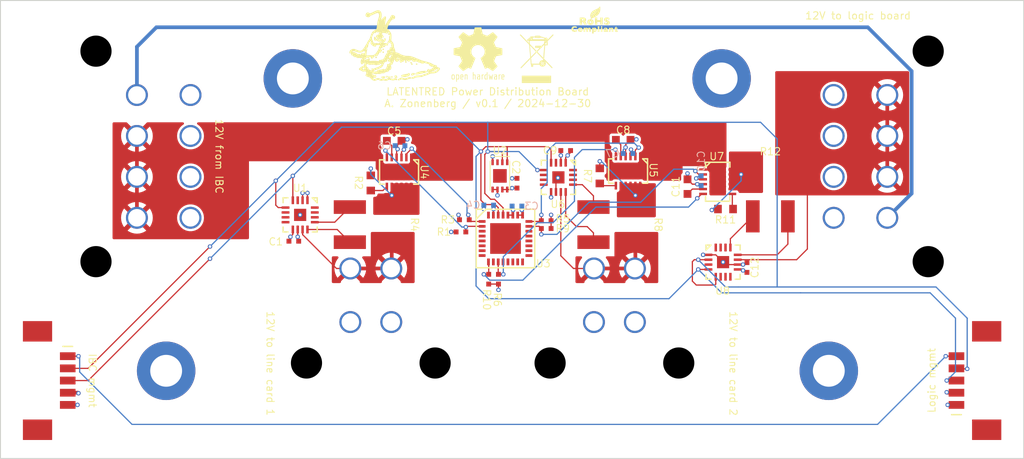
<source format=kicad_pcb>
(kicad_pcb (version 20240108) (generator "pcbnew") (generator_version "8.0")
  (layers (0 "F.Cu" signal) (1 "In1.Cu" signal) (2 "In2.Cu" signal) (31 "B.Cu" signal) (34 "B.Paste" user) (35 "F.Paste" user) (36 "B.SilkS" user "B.Silkscreen") (37 "F.SilkS" user "F.Silkscreen") (38 "B.Mask" user) (39 "F.Mask" user) (44 "Edge.Cuts" user))
  (net 0 "")
  (net 1 "/GND")
  (net 2 "/3V3_SB")
  (net 3 "Net-(U4-SR)")
  (net 4 "Net-(U5-SR)")
  (net 5 "Net-(U7-SR)")
  (net 6 "/12V0_REMOTE")
  (net 7 "/12V0")
  (net 8 "/12V0_LOGIC")
  (net 9 "/12V0_LC1")
  (net 10 "/12V0_LC2")
  (net 11 "/12V0_OUT_EN")
  (net 12 "/I2C_SCL")
  (net 13 "/I2C_SDA")
  (net 14 "/LC1_PGOOD")
  (net 15 "Net-(R4-Vi)")
  (net 16 "Net-(U4-BLEED)")
  (net 17 "/12V0_LC1_EN")
  (net 18 "/12V0_LC1_P")
  (net 19 "/12V0_LC1_N")
  (net 20 "/12V0_LC2_EN")
  (net 21 "/LC2_PGOOD")
  (net 22 "Net-(R8-Vi)")
  (net 23 "Net-(U5-BLEED)")
  (net 24 "/12V0_LC2_P")
  (net 25 "/12V0_LC2_N")
  (net 26 "/12V0_LOGIC_EN")
  (net 27 "/LOGIC_PGOOD")
  (net 28 "Net-(R12-Vi)")
  (net 29 "Net-(U7-BLEED)")
  (net 30 "/12V0_LOGIC_N")
  (net 31 "/12V0_LOGIC_P")
  (footprint "azonenberg_pcb:LONGTHING-1200DPI" (layer "F.Cu") (at 108 47)
    (property "Reference" "M1" (hide yes))
    (property "Value" "LOGO" (hide yes))
  )
  (footprint "azonenberg_pcb:DFN_12_0.5MM_3x3MM" (layer "F.Cu") (at 107.9 59.6 180)
    (property "Reference" "U4")
    (property "Value" "NCP45560IMNTWG-H" (hide yes))
  )
  (footprint "azonenberg_pcb:MECHANICAL_CLEARANCEHOLE_4_40" (layer "F.Cu") (at 84 80)
    (property "Reference" "MH3" (hide yes))
    (property "Value" "SCREWHOLE" (hide yes))
  )
  (footprint "azonenberg_pcb:EIA_0603_RES_NOSILK" (layer "F.Cu") (at 105 60.725 90)
    (property "Reference" "R2")
    (property "Value" "470 1/4W" (hide yes))
  )
  (footprint "azonenberg_pcb:MECHANICAL_CLEARANCEHOLE_4_40" (layer "F.Cu") (at 97 50)
    (property "Reference" "MH1" (hide yes))
    (property "Value" "SCREWHOLE" (hide yes))
  )
  (footprint "w_logo:Logo_silk_ROHS_5x2.8mm" (layer "F.Cu") (at 128 44)
    (property "Reference" "M3" (hide yes))
    (property "Value" "LOGO" (hide yes))
  )
  (footprint "azonenberg_pcb:EIA_0402_CAP_NOSILK" (layer "F.Cu") (at 97.1 66.7)
    (property "Reference" "C1")
    (property "Value" "0.47 uF" (hide yes))
  )
  (footprint "azonenberg_pcb:QFN_16_0.5MM_3x3MM" (layer "F.Cu") (at 124.25 60.15 180)
    (property "Reference" "U6")
    (property "Value" "INA230" (hide yes))
  )
  (footprint "azonenberg_pcb:EIA_0402_RES_NOSILK" (layer "F.Cu") (at 114.6 64.5 180)
    (property "Reference" "R3")
    (property "Value" "10K" (hide yes))
  )
  (footprint "azonenberg_pcb:EIA_0402_CAP_NOSILK" (layer "F.Cu") (at 125 57.4)
    (property "Reference" "C9")
    (property "Value" "0.47 uF" (hide yes))
  )
  (footprint "azonenberg_pcb:EIA_0402_CAP_NOSILK" (layer "F.Cu") (at 143.6 69.4 90)
    (property "Reference" "C12")
    (property "Value" "0.47 uF" (hide yes))
  )
  (footprint "azonenberg_pcb:CONN_MOLEX_MINIFITJR_4POS_0039291048" (layer "F.Cu") (at 130 75)
    (property "Reference" "J4" (hide yes))
    (property "Value" "MOLEX_0039291048" (hide yes))
  )
  (footprint "azonenberg_pcb:EIA_0402_RES_NOSILK" (layer "F.Cu") (at 123 65.4)
    (property "Reference" "R9")
    (property "Value" "10K" (hide yes))
  )
  (footprint "azonenberg_pcb:EIA_0402_RES_NOSILK" (layer "F.Cu") (at 114.249999 65.75 180)
    (property "Reference" "R1")
    (property "Value" "10K" (hide yes))
  )
  (footprint "azonenberg_pcb:QFN_16_0.5MM_3x3MM" (layer "F.Cu") (at 97.75 64 180)
    (property "Reference" "U1")
    (property "Value" "INA230" (hide yes))
  )
  (footprint "azonenberg_pcb:EIA_0603_CAP_NOSILK" (layer "F.Cu") (at 107.4 56.4)
    (property "Reference" "C5")
    (property "Value" "0.015 uF" (hide yes))
  )
  (footprint "azonenberg_pcb:CONN_MOLEX_PICOBLADE_5POS_0532610571" (layer "F.Cu") (at 73.9 81 90)
    (property "Reference" "J5" (hide yes))
    (property "Value" "CONN_IBC_MGMT_DEVICE" (hide yes))
  )
  (footprint "azonenberg_pcb:DFN_8_0.5MM_2x3MM_TALL" (layer "F.Cu") (at 118.25 60 180)
    (property "Reference" "U2")
    (property "Value" "AT30TS74_UDFN" (hide yes))
  )
  (footprint "w_logo:Logo_silk_OSHW_6x6mm" (layer "F.Cu") (at 116 47)
    (property "Reference" "M4" (hide yes))
    (property "Value" "LOGO" (hide yes))
  )
  (footprint "azonenberg_pcb:EIA_0603_CAP_NOSILK" (layer "F.Cu") (at 130.9 56.3)
    (property "Reference" "C8")
    (property "Value" "0.015 uF" (hide yes))
  )
  (footprint "azonenberg_pcb:EIA_0402_RES_NOSILK" (layer "F.Cu") (at 117.1 70.6 -90)
    (property "Reference" "R10")
    (property "Value" "10K" (hide yes))
  )
  (footprint "azonenberg_pcb:EIA_0402_CAP_NOSILK" (layer "F.Cu") (at 120 60.75 90)
    (property "Reference" "C2")
    (property "Value" "0.47 uF" (hide yes))
  )
  (footprint "azonenberg_pcb:EIA_0603_RES_NOSILK" (layer "F.Cu") (at 141.4 63.4 180)
    (property "Reference" "R11")
    (property "Value" "470 1/4W" (hide yes))
  )
  (footprint "azonenberg_pcb:EIA_0402_RES_NOSILK" (layer "F.Cu") (at 123 64.6)
    (property "Reference" "R5")
    (property "Value" "10K" (hide yes))
  )
  (footprint "azonenberg_pcb:CONN_MOLEX_PICOBLADE_5POS_0532610571" (layer "F.Cu") (at 165.1 81 -90)
    (property "Reference" "J6" (hide yes))
    (property "Value" "CONN_IBC_MGMT_HOST" (hide yes))
  )
  (footprint "azonenberg_pcb:QFN_16_0.5MM_3x3MM" (layer "F.Cu") (at 141.15 68.85 -90)
    (property "Reference" "U8")
    (property "Value" "INA230" (hide yes))
  )
  (footprint "w_logo:Logo_silk_WEEE_3.4x5mm" (layer "F.Cu") (at 122 48)
    (property "Reference" "M2" (hide yes))
    (property "Value" "LOGO" (hide yes))
  )
  (footprint "azonenberg_pcb:QFN_32_0.5MM_5x5MM" (layer "F.Cu") (at 118.825 66.425)
    (property "Reference" "U3")
    (property "Value" "TCA6424A" (hide yes))
  )
  (footprint "azonenberg_pcb:CONN_MOLEX_MINIFITJR_8POS_0039291087" (layer "F.Cu") (at 158 58 90)
    (property "Reference" "J2" (hide yes))
    (property "Value" "MOLEX_0039291087" (hide yes))
  )
  (footprint "azonenberg_pcb:DFN_12_0.5MM_3x3MM" (layer "F.Cu") (at 140.6 60.6 -90)
    (property "Reference" "U7")
    (property "Value" "NCP45560IMNTWG-H" (hide yes))
  )
  (footprint "azonenberg_pcb:DFN_12_0.5MM_3x3MM" (layer "F.Cu") (at 131.4 59.5 180)
    (property "Reference" "U5")
    (property "Value" "NCP45560IMNTWG-H" (hide yes))
  )
  (footprint "azonenberg_pcb:MECHANICAL_CLEARANCEHOLE_4_40" (layer "F.Cu") (at 152 80)
    (property "Reference" "MH4" (hide yes))
    (property "Value" "SCREWHOLE" (hide yes))
  )
  (footprint "azonenberg_pcb:MECHANICAL_CLEARANCEHOLE_4_40" (layer "F.Cu") (at 141 50)
    (property "Reference" "MH2" (hide yes))
    (property "Value" "SCREWHOLE" (hide yes))
  )
  (footprint "azonenberg_pcb:EIA_0402_RES_NOSILK" (layer "F.Cu") (at 118.1 70.599999 -90)
    (property "Reference" "R6")
    (property "Value" "10K" (hide yes))
  )
  (footprint "azonenberg_pcb:EIA_0603_RES_NOSILK" (layer "F.Cu") (at 128.5 60 90)
    (property "Reference" "R7")
    (property "Value" "470 1/4W" (hide yes))
  )
  (footprint "azonenberg_pcb:EIA_0603_CAP_NOSILK" (layer "F.Cu") (at 137.5 61.1 90)
    (property "Reference" "C11")
    (property "Value" "0.015 uF" (hide yes))
  )
  (footprint "azonenberg_pcb:CONN_MOLEX_MINIFITJR_8POS_0039291087" (layer "F.Cu") (at 81 58 -90)
    (property "Reference" "J1" (hide yes))
    (property "Value" "CONN_PCIE_PWR_8PIN" (hide yes))
  )
  (footprint "azonenberg_pcb:OHMITE_LVK25" (layer "F.Cu") (at 105 65 90)
    (property "Reference" "R4")
    (property "Value" "LVK25R005FER" (hide yes))
  )
  (footprint "azonenberg_pcb:OHMITE_LVK25" (layer "F.Cu") (at 146 62 180)
    (property "Reference" "R12")
    (property "Value" "LVK25R005FER" (hide yes))
  )
  (footprint "azonenberg_pcb:CONN_MOLEX_MINIFITJR_4POS_0039291048" (layer "F.Cu") (at 105 75)
    (property "Reference" "J3" (hide yes))
    (property "Value" "MOLEX_0039291048" (hide yes))
  )
  (footprint "azonenberg_pcb:OHMITE_LVK25" (layer "F.Cu") (at 130 65 90)
    (property "Reference" "R8")
    (property "Value" "LVK25R005FER" (hide yes))
  )
  (footprint "azonenberg_pcb:EIA_0402_CAP_NOSILK" (layer "B.Cu") (at 131.4 57.7 180)
    (property "Reference" "C7")
    (property "Value" "0.47 uF" (hide yes))
  )
  (footprint "azonenberg_pcb:EIA_0402_CAP_NOSILK" (layer "B.Cu") (at 108 56.9 180)
    (property "Reference" "C6")
    (property "Value" "0.47 uF" (hide yes))
  )
  (footprint "azonenberg_pcb:EIA_0402_CAP_NOSILK" (layer "B.Cu") (at 138.9 60.5 -90)
    (property "Reference" "C10")
    (property "Value" "0.47 uF" (hide yes))
  )
  (footprint "azonenberg_pcb:EIA_0402_CAP_NOSILK" (layer "B.Cu") (at 117.1 63 180)
    (property "Reference" "C4")
    (property "Value" "0.47 uF" (hide yes))
  )
  (footprint "azonenberg_pcb:EIA_0402_CAP_NOSILK" (layer "B.Cu") (at 120 63.1)
    (property "Reference" "C3")
    (property "Value" "0.47 uF" (hide yes))
  )
  (gr_rect (start 67 42) (end 172 89) (stroke (width 0.1)) (fill none) (layer "Edge.Cuts"))
  (gr_text "12V from IBC" (at 89 58 -90) (layer "F.SilkS") (effects (font (size 0.75 0.75) (thickness 0.1)) (justify bottom)))
  (gr_text "LATENTRED Power Distribution Board\nA. Zonenberg / v0.1 / 2024-12-30" (at 117 53 0) (layer "F.SilkS") (effects (font (size 0.75 0.75) (thickness 0.1)) (justify bottom)))
  (gr_text "12V to line card 1" (at 94.25 79.25 -90) (layer "F.SilkS") (effects (font (size 0.75 0.75) (thickness 0.1)) (justify bottom)))
  (gr_text "12V to logic board" (at 155 44 0) (layer "F.SilkS") (effects (font (size 0.75 0.75) (thickness 0.1)) (justify bottom)))
  (gr_text "12V to line card 2" (at 141.75 79.25 -90) (layer "F.SilkS") (effects (font (size 0.75 0.75) (thickness 0.1)) (justify bottom)))
  (gr_text "IBC mgmt" (at 76 81 -90) (layer "F.SilkS") (effects (font (size 0.75 0.75) (thickness 0.1)) (justify bottom)))
  (gr_text "Logic mgmt" (at 163 81 90) (layer "F.SilkS") (effects (font (size 0.75 0.75) (thickness 0.1)) (justify bottom)))
  (segment (start 114.100001 64.5) (end 114.100001 64.100001) (width 0.125) (layer "F.Cu") (net 1))
  (segment (start 125 58.65) (end 125 58.1) (width 0.125) (layer "F.Cu") (net 1))
  (segment (start 125.5 57.4) (end 125.5 57.6) (width 0.125) (layer "F.Cu") (net 1))
  (segment (start 125 58.1) (end 125.2 57.9) (width 0.125) (layer "F.Cu") (net 1))
  (segment (start 117.499999 58.000001) (end 117.5 58) (width 0.125) (layer "F.Cu") (net 1))
  (segment (start 119.500001 60.250001) (end 119.5 60.25) (width 0.125) (layer "F.Cu") (net 1))
  (segment (start 124 60.4) (end 124.2 60.2) (width 0.125) (layer "F.Cu") (net 1))
  (segment (start 123.5 64.6) (end 123.5 64) (width 0.125) (layer "F.Cu") (net 1))
  (segment (start 97.5 66.25) (end 97.5 66.6) (width 0.125) (layer "F.Cu") (net 1))
  (segment (start 120.575 63.575) (end 120.5 63.5) (width 0.125) (layer "F.Cu") (net 1))
  (segment (start 98.5 62.5) (end 98.5 61.75) (width 0.125) (layer "F.Cu") (net 1))
  (segment (start 142.65 69.1) (end 141.4 69.1) (width 0.125) (layer "F.Cu") (net 1))
  (segment (start 123.5 64.6) (end 123.5 65.4) (width 0.125) (layer "F.Cu") (net 1))
  (segment (start 131.15 58) (end 131.15 57.084253) (width 0.125) (layer "F.Cu") (net 1))
  (segment (start 117.499999 58.6) (end 117.499999 58.000001) (width 0.125) (layer "F.Cu") (net 1))
  (segment (start 108.6 56.4) (end 108.75 56.25) (width 0.125) (layer "F.Cu") (net 1))
  (segment (start 139.65 68.1) (end 139.1 68.1) (width 0.125) (layer "F.Cu") (net 1))
  (segment (start 139.1 60.85) (end 138.5 60.85) (width 0.125) (layer "F.Cu") (net 1))
  (segment (start 131.65 56.3) (end 132.2 56.3) (width 0.125) (layer "F.Cu") (net 1))
  (segment (start 131.15 57.084253) (end 131.142912 57.077165) (width 0.125) (layer "F.Cu") (net 1))
  (segment (start 139.65 68.1) (end 140.4 68.1) (width 0.125) (layer "F.Cu") (net 1))
  (segment (start 131.142912 56.807088) (end 131.65 56.3) (width 0.125) (layer "F.Cu") (net 1))
  (segment (start 141.4 69.1) (end 141.15 68.85) (width 0.125) (layer "F.Cu") (net 1))
  (segment (start 114.100001 64.100001) (end 114 64) (width 0.125) (layer "F.Cu") (net 1))
  (segment (start 138 60.85) (end 137.5 60.35) (width 0.125) (layer "F.Cu") (net 1))
  (segment (start 125.5 57.6) (end 125.2 57.9) (width 0.125) (layer "F.Cu") (net 1))
  (segment (start 120.575 64.025) (end 120.575 63.575) (width 0.125) (layer "F.Cu") (net 1))
  (segment (start 107.75 56.8) (end 108.15 56.4) (width 0.125) (layer "F.Cu") (net 1))
  (segment (start 74.949999 82.249999) (end 75 82.3) (width 0.381) (layer "F.Cu") (net 1))
  (segment (start 140.4 68.1) (end 141.15 68.85) (width 0.125) (layer "F.Cu") (net 1))
  (segment (start 142.65 69.1) (end 143.2 69.1) (width 0.125) (layer "F.Cu") (net 1))
  (segment (start 118 61.4) (end 117.499999 61.4) (width 0.125) (layer "F.Cu") (net 1))
  (segment (start 164.149999 82.249999) (end 164.1 82.2) (width 0.381) (layer "F.Cu") (net 1))
  (segment (start 120.075 64.025) (end 120.575 64.025) (width 0.125) (layer "F.Cu") (net 1))
  (segment (start 124 61.65) (end 124 60.4) (width 0.125) (layer "F.Cu") (net 1))
  (segment (start 118 61.4) (end 118 62) (width 0.125) (layer "F.Cu") (net 1))
  (segment (start 120 60.250001) (end 119.500001 60.250001) (width 0.125) (layer "F.Cu") (net 1))
  (segment (start 97.5 65.5) (end 97.5 66.25) (width 0.125) (layer "F.Cu") (net 1))
  (segment (start 98 61.75) (end 98 62.5) (width 0.125) (layer "F.Cu") (net 1))
  (segment (start 107.65 58.1) (end 107.65 57.35) (width 0.125) (layer "F.Cu") (net 1))
  (segment (start 108.15 56.4) (end 108.6 56.4) (width 0.125) (layer "F.Cu") (net 1))
  (segment (start 107.75 57.25) (end 107.75 56.8) (width 0.125) (layer "F.Cu") (net 1))
  (segment (start 165.1 82.249999) (end 164.149999 82.249999) (width 0.381) (layer "F.Cu") (net 1))
  (segment (start 137.5 60.35) (end 137.5 59.75) (width 0.125) (layer "F.Cu") (net 1))
  (segment (start 97.5 66.6) (end 97.6 66.7) (width 0.125) (layer "F.Cu") (net 1))
  (segment (start 107.65 57.35) (end 107.75 57.25) (width 0.125) (layer "F.Cu") (net 1))
  (segment (start 73.9 82.249999) (end 74.949999 82.249999) (width 0.381) (layer "F.Cu") (net 1))
  (segment (start 132.2 56.3) (end 132.25 56.25) (width 0.125) (layer "F.Cu") (net 1))
  (segment (start 138.5 60.85) (end 138 60.85) (width 0.125) (layer "F.Cu") (net 1))
  (segment (start 131.142912 57.077165) (end 131.142912 56.807088) (width 0.125) (layer "F.Cu") (net 1))
  (via (at 164.1 82.2) (size 0.45) (drill 0.25) (layers "F.Cu" "B.Cu") (net 1))
  (via (at 116.6 63.4) (size 0.45) (drill 0.25) (layers "F.Cu" "B.Cu") (net 1))
  (via (at 98.5 61.75) (size 0.45) (drill 0.25) (layers "F.Cu" "B.Cu") (net 1))
  (via (at 124.2 60.2) (size 0.45) (drill 0.25) (layers "F.Cu" "B.Cu") (net 1))
  (via (at 143.2 69.1) (size 0.45) (drill 0.25) (layers "F.Cu" "B.Cu") (net 1))
  (via (at 132.25 56.25) (size 0.45) (drill 0.25) (layers "F.Cu" "B.Cu") (net 1))
  (via (at 141.15 68.85) (size 0.45) (drill 0.25) (layers "F.Cu" "B.Cu") (net 1))
  (via (at 137.5 59.75) (size 0.45) (drill 0.25) (layers "F.Cu" "B.Cu") (net 1))
  (via (at 123.5 64) (size 0.45) (drill 0.25) (layers "F.Cu" "B.Cu") (net 1))
  (via (at 107.75 57.25) (size 0.45) (drill 0.25) (layers "F.Cu" "B.Cu") (net 1))
  (via (at 117.5 58) (size 0.45) (drill 0.25) (layers "F.Cu" "B.Cu") (net 1))
  (via (at 97.5 66.25) (size 0.45) (drill 0.25) (layers "F.Cu" "B.Cu") (net 1))
  (via (at 75 82.3) (size 0.45) (drill 0.25) (layers "F.Cu" "B.Cu") (net 1))
  (via (at 138.5 60.85) (size 0.45) (drill 0.25) (layers "F.Cu" "B.Cu") (net 1))
  (via (at 131.142912 57.077165) (size 0.45) (drill 0.25) (layers "F.Cu" "B.Cu") (net 1))
  (via (at 114 64) (size 0.45) (drill 0.25) (layers "F.Cu" "B.Cu") (net 1))
  (via (at 120.5 63.5) (size 0.45) (drill 0.25) (layers "F.Cu" "B.Cu") (net 1))
  (via (at 119.5 60.25) (size 0.45) (drill 0.25) (layers "F.Cu" "B.Cu") (net 1))
  (via (at 118 62) (size 0.45) (drill 0.25) (layers "F.Cu" "B.Cu") (net 1))
  (via (at 97.75 64) (size 0.45) (drill 0.25) (layers "F.Cu" "B.Cu") (net 1))
  (via (at 125.2 57.9) (size 0.45) (drill 0.25) (layers "F.Cu" "B.Cu") (net 1))
  (via (at 139.1 68.1) (size 0.45) (drill 0.25) (layers "F.Cu" "B.Cu") (net 1))
  (via (at 98 61.75) (size 0.45) (drill 0.25) (layers "F.Cu" "B.Cu") (net 1))
  (via (at 108.75 56.25) (size 0.45) (drill 0.25) (layers "F.Cu" "B.Cu") (net 1))
  (segment (start 138.649999 60.999999) (end 138.5 60.85) (width 0.125) (layer "B.Cu") (net 1))
  (segment (start 130.900001 57.320076) (end 131.142912 57.077165) (width 0.125) (layer "B.Cu") (net 1))
  (segment (start 130.900001 57.7) (end 130.900001 57.320076) (width 0.125) (layer "B.Cu") (net 1))
  (segment (start 116.6 63) (end 116.6 63.4) (width 0.125) (layer "B.Cu") (net 1))
  (segment (start 138.9 60.999999) (end 138.649999 60.999999) (width 0.125) (layer "B.Cu") (net 1))
  (segment (start 139.1 60.35) (end 138.482993 60.35) (width 0.125) (layer "F.Cu") (net 2))
  (segment (start 108.15 57.55) (end 108.4 57.3) (width 0.125) (layer "F.Cu") (net 2))
  (segment (start 142.65 69.6) (end 143.1 69.6) (width 0.125) (layer "F.Cu") (net 2))
  (segment (start 74.9 83.5) (end 73.9 83.5) (width 0.125) (layer "F.Cu") (net 2))
  (segment (start 118.1 71.099998) (end 118.1 71.7) (width 0.125) (layer "F.Cu") (net 2))
  (segment (start 119.5 61.25) (end 119.999999 61.25) (width 0.125) (layer "F.Cu") (net 2))
  (segment (start 124.5 57.9) (end 124.5 57.4) (width 0.125) (layer "F.Cu") (net 2))
  (segment (start 123.5 62.2) (end 123.5 61.65) (width 0.125) (layer "F.Cu") (net 2))
  (segment (start 96.75 66.25) (end 96.75 66.55) (width 0.125) (layer "F.Cu") (net 2))
  (segment (start 119.075 64.025) (end 119.575 64.025) (width 0.125) (layer "F.Cu") (net 2))
  (segment (start 108.15 58.1) (end 108.15 57.55) (width 0.125) (layer "F.Cu") (net 2))
  (segment (start 143.1 69.6) (end 143.2 69.7) (width 0.125) (layer "F.Cu") (net 2))
  (segment (start 113.75 65.75) (end 113.25 65.75) (width 0.125) (layer "F.Cu") (net 2))
  (segment (start 96.75 66.55) (end 96.6 66.7) (width 0.125) (layer "F.Cu") (net 2))
  (segment (start 131.65 58) (end 131.65 57.35) (width 0.125) (layer "F.Cu") (net 2))
  (segment (start 124.5 58.65) (end 124.5 57.9) (width 0.125) (layer "F.Cu") (net 2))
  (segment (start 119.575 64.025) (end 119.575 63.525) (width 0.125) (layer "F.Cu") (net 2))
  (segment (start 164.2 83.5) (end 165.1 83.5) (width 0.125) (layer "F.Cu") (net 2))
  (segment (start 119.35 61.4) (end 119.5 61.25) (width 0.125) (layer "F.Cu") (net 2))
  (segment (start 117.1 71.099999) (end 118.099999 71.099999) (width 0.125) (layer "F.Cu") (net 2))
  (segment (start 97 66) (end 96.75 66.25) (width 0.125) (layer "F.Cu") (net 2))
  (segment (start 131.65 57.35) (end 131.7 57.3) (width 0.125) (layer "F.Cu") (net 2))
  (segment (start 97 65.5) (end 97 66) (width 0.125) (layer "F.Cu") (net 2))
  (segment (start 138.482993 60.35) (end 138.392668 60.259675) (width 0.125) (layer "F.Cu") (net 2))
  (segment (start 118.5 61.4) (end 119.35 61.4) (width 0.125) (layer "F.Cu") (net 2))
  (segment (start 117.575 64.025) (end 117.575 63.425) (width 0.125) (layer "F.Cu") (net 2))
  (segment (start 118.099999 71.099999) (end 118.1 71.099998) (width 0.125) (layer "F.Cu") (net 2))
  (segment (start 117.575 63.425) (end 117.6 63.4) (width 0.125) (layer "F.Cu") (net 2))
  (segment (start 119.575 63.525) (end 119.6 63.5) (width 0.125) (layer "F.Cu") (net 2))
  (segment (start 119.999999 61.25) (end 120 61.249999) (width 0.125) (layer "F.Cu") (net 2))
  (via (at 138.392668 60.259675) (size 0.45) (drill 0.25) (layers "F.Cu" "B.Cu") (net 2))
  (via (at 124.5 57.9) (size 0.45) (drill 0.25) (layers "F.Cu" "B.Cu") (net 2))
  (via (at 96.75 66.25) (size 0.45) (drill 0.25) (layers "F.Cu" "B.Cu") (net 2))
  (via (at 143.2 69.7) (size 0.45) (drill 0.25) (layers "F.Cu" "B.Cu") (net 2))
  (via (at 164.2 83.5) (size 0.45) (drill 0.25) (layers "F.Cu" "B.Cu") (net 2))
  (via (at 118.1 71.7) (size 0.45) (drill 0.25) (layers "F.Cu" "B.Cu") (net 2))
  (via (at 113.25 65.75) (size 0.45) (drill 0.25) (layers "F.Cu" "B.Cu") (net 2))
  (via (at 119.6 63.5) (size 0.45) (drill 0.25) (layers "F.Cu" "B.Cu") (net 2))
  (via (at 117.6 63.4) (size 0.45) (drill 0.25) (layers "F.Cu" "B.Cu") (net 2))
  (via (at 74.9 83.5) (size 0.45) (drill 0.25) (layers "F.Cu" "B.Cu") (net 2))
  (via (at 123.5 62.2) (size 0.45) (drill 0.25) (layers "F.Cu" "B.Cu") (net 2))
  (via (at 131.7 57.3) (size 0.45) (drill 0.25) (layers "F.Cu" "B.Cu") (net 2))
  (via (at 119.5 61.25) (size 0.45) (drill 0.25) (layers "F.Cu" "B.Cu") (net 2))
  (via (at 108.4 57.3) (size 0.45) (drill 0.25) (layers "F.Cu" "B.Cu") (net 2))
  (segment (start 138.9 60.000001) (end 138.652342 60.000001) (width 0.125) (layer "B.Cu") (net 2))
  (segment (start 138.652342 60.000001) (end 138.392668 60.259675) (width 0.125) (layer "B.Cu") (net 2))
  (segment (start 107.15 56.9) (end 106.65 56.4) (width 0.125) (layer "F.Cu") (net 3))
  (segment (start 107.15 58.1) (end 107.15 56.9) (width 0.125) (layer "F.Cu") (net 3))
  (segment (start 130.65 56.8) (end 130.15 56.3) (width 0.125) (layer "F.Cu") (net 4))
  (segment (start 130.65 58) (end 130.65 56.8) (width 0.125) (layer "F.Cu") (net 4))
  (segment (start 138 61.35) (end 137.5 61.85) (width 0.125) (layer "F.Cu") (net 5))
  (segment (start 139.1 61.35) (end 138 61.35) (width 0.125) (layer "F.Cu") (net 5))
  (segment (start 160.5 61.8) (end 158 64.3) (width 0.381) (layer "B.Cu") (net 6))
  (segment (start 81 46.75) (end 83 44.75) (width 0.381) (layer "B.Cu") (net 6))
  (segment (start 156 44.75) (end 160.5 49.25) (width 0.381) (layer "B.Cu") (net 6))
  (segment (start 160.5 49.25) (end 160.5 61.8) (width 0.381) (layer "B.Cu") (net 6))
  (segment (start 81 51.7) (end 81 46.75) (width 0.381) (layer "B.Cu") (net 6))
  (segment (start 83 44.75) (end 156 44.75) (width 0.381) (layer "B.Cu") (net 6))
  (segment (start 139.9 58.4) (end 140.6 59.1) (width 0.381) (layer "F.Cu") (net 7))
  (segment (start 127 56) (end 129.1 56) (width 0.125) (layer "F.Cu") (net 7))
  (segment (start 106.5 59.6) (end 107.9 59.6) (width 0.381) (layer "F.Cu") (net 7))
  (segment (start 131.4 59.5) (end 135.2 59.5) (width 0.381) (layer "F.Cu") (net 7))
  (segment (start 106 58.1) (end 106 59.1) (width 0.125) (layer "F.Cu") (net 7))
  (segment (start 129.45 58.45) (end 130.5 59.5) (width 0.381) (layer "F.Cu") (net 7))
  (segment (start 129.1 56) (end 129.4 56.3) (width 0.125) (layer "F.Cu") (net 7))
  (segment (start 132.65 58.525) (end 131.675 59.5) (width 0.125) (layer "F.Cu") (net 7))
  (segment (start 106 59.1) (end 106.1 59.2) (width 0.125) (layer "F.Cu") (net 7))
  (segment (start 130.5 59.5) (end 131.4 59.5) (width 0.381) (layer "F.Cu") (net 7))
  (segment (start 135.2 59.5) (end 136.3 58.4) (width 0.381) (layer "F.Cu") (net 7))
  (segment (start 140.6 59.1) (end 140.6 60.6) (width 0.381) (layer "F.Cu") (net 7))
  (segment (start 131.675 59.5) (end 131.4 59.5) (width 0.125) (layer "F.Cu") (net 7))
  (segment (start 139.1 59.35) (end 139.625 59.35) (width 0.125) (layer "F.Cu") (net 7))
  (segment (start 136.3 58.4) (end 139.9 58.4) (width 0.381) (layer "F.Cu") (net 7))
  (segment (start 108.175 59.6) (end 107.9 59.6) (width 0.125) (layer "F.Cu") (net 7))
  (segment (start 129.4 56.5) (end 129.45 56.55) (width 0.125) (layer "F.Cu") (net 7))
  (segment (start 111.7 59.6) (end 115.7 55.6) (width 0.381) (layer "F.Cu") (net 7))
  (segment (start 106.1 59.2) (end 106.5 59.6) (width 0.381) (layer "F.Cu") (net 7))
  (segment (start 81 55.9) (end 81 58) (width 0.381) (layer "F.Cu") (net 7))
  (segment (start 107.9 59.6) (end 111.7 59.6) (width 0.381) (layer "F.Cu") (net 7))
  (segment (start 140.6 60.325) (end 140.6 60.6) (width 0.125) (layer "F.Cu") (net 7))
  (segment (start 109.15 58.1) (end 109.15 58.625) (width 0.125) (layer "F.Cu") (net 7))
  (segment (start 115.7 55.6) (end 126.6 55.6) (width 0.381) (layer "F.Cu") (net 7))
  (segment (start 104.9 58) (end 105.9 58) (width 0.125) (layer "F.Cu") (net 7))
  (segment (start 139.625 59.35) (end 140.6 60.325) (width 0.125) (layer "F.Cu") (net 7))
  (segment (start 126.8 55.8) (end 127 56) (width 0.125) (layer "F.Cu") (net 7))
  (segment (start 129.45 56.55) (end 129.45 58.45) (width 0.125) (layer "F.Cu") (net 7))
  (segment (start 129.4 56.3) (end 129.4 56.5) (width 0.125) (layer "F.Cu") (net 7))
  (segment (start 126.6 55.6) (end 126.8 55.8) (width 0.381) (layer "F.Cu") (net 7))
  (segment (start 109.15 58.625) (end 108.175 59.6) (width 0.125) (layer "F.Cu") (net 7))
  (segment (start 132.65 58) (end 132.65 58.525) (width 0.125) (layer "F.Cu") (net 7))
  (segment (start 105.9 58) (end 106 58.1) (width 0.125) (layer "F.Cu") (net 7))
  (segment (start 81 58) (end 104.9 58) (width 0.381) (layer "F.Cu") (net 7))
  (segment (start 81 58) (end 81 64.3) (width 0.381) (layer "F.Cu") (net 7))
  (segment (start 148.45 59.85) (end 147.8 59.85) (width 0.125) (layer "F.Cu") (net 8))
  (segment (start 149.8 67.5) (end 149.8 61.2) (width 0.125) (layer "F.Cu") (net 8))
  (segment (start 147.8 59.45) (end 149.25 58) (width 0.381) (layer "F.Cu") (net 8))
  (segment (start 149.8 61.2) (end 148.45 59.85) (width 0.125) (layer "F.Cu") (net 8))
  (segment (start 158 58) (end 158 60.1) (width 0.381) (layer "F.Cu") (net 8))
  (segment (start 147.8 59.85) (end 147.8 59.45) (width 0.381) (layer "F.Cu") (net 8))
  (segment (start 149.25 58) (end 158 58) (width 0.381) (layer "F.Cu") (net 8))
  (segment (start 142.65 68.6) (end 148.7 68.6) (width 0.125) (layer "F.Cu") (net 8))
  (segment (start 148.7 68.6) (end 149.8 67.5) (width 0.125) (layer "F.Cu") (net 8))
  (segment (start 158 51.7) (end 158 58) (width 0.381) (layer "F.Cu") (net 8))
  (segment (start 98 66.025) (end 101.475 69.5) (width 0.125) (layer "F.Cu") (net 9))
  (segment (start 107.15 69.45) (end 107.1 69.5) (width 0.381) (layer "F.Cu") (net 9))
  (segment (start 98 65.5) (end 98 66.025) (width 0.125) (layer "F.Cu") (net 9))
  (segment (start 107.1 69.5) (end 102.9 69.5) (width 0.381) (layer "F.Cu") (net 9))
  (segment (start 101.475 69.5) (end 102.9 69.5) (width 0.125) (layer "F.Cu") (net 9))
  (segment (start 107.15 66.8) (end 107.15 69.45) (width 0.381) (layer "F.Cu") (net 9))
  (segment (start 124.5 68.2) (end 125.8 69.5) (width 0.125) (layer "F.Cu") (net 10))
  (segment (start 132.15 66.8) (end 132.15 69.45) (width 0.381) (layer "F.Cu") (net 10))
  (segment (start 125.8 69.5) (end 127.9 69.5) (width 0.125) (layer "F.Cu") (net 10))
  (segment (start 132.15 69.45) (end 132.1 69.5) (width 0.381) (layer "F.Cu") (net 10))
  (segment (start 127.9 69.5) (end 132.1 69.5) (width 0.381) (layer "F.Cu") (net 10))
  (segment (start 124.5 61.65) (end 124.5 68.2) (width 0.125) (layer "F.Cu") (net 10))
  (segment (start 164 78.5) (end 165.1 78.5) (width 0.125) (layer "F.Cu") (net 11))
  (segment (start 73.9 78.5) (end 75 78.5) (width 0.125) (layer "F.Cu") (net 11))
  (via (at 75 78.5) (size 0.45) (drill 0.25) (layers "F.Cu" "B.Cu") (net 11))
  (via (at 164 78.5) (size 0.45) (drill 0.25) (layers "F.Cu" "B.Cu") (net 11))
  (segment (start 75.125 78.625) (end 75.125 80.125) (width 0.125) (layer "B.Cu") (net 11))
  (segment (start 75 78.5) (end 75.125 78.625) (width 0.125) (layer "B.Cu") (net 11))
  (segment (start 157 85.5) (end 164 78.5) (width 0.125) (layer "B.Cu") (net 11))
  (segment (start 80.5 85.5) (end 157 85.5) (width 0.125) (layer "B.Cu") (net 11))
  (segment (start 75.125 80.125) (end 80.5 85.5) (width 0.125) (layer "B.Cu") (net 11))
  (segment (start 138.4 71.2) (end 140.3 71.2) (width 0.125) (layer "F.Cu") (net 12))
  (segment (start 140.4 71.1) (end 140.4 70.35) (width 0.125) (layer "F.Cu") (net 12))
  (segment (start 118.4 57.5) (end 118.5 57.6) (width 0.125) (layer "F.Cu") (net 12))
  (segment (start 116.7 61.8) (end 116.7 57.8) (width 0.125) (layer "F.Cu") (net 12))
  (segment (start 73.9 79.750001) (end 75.999999 79.750001) (width 0.125) (layer "F.Cu") (net 12))
  (segment (start 140.3 71.2) (end 140.4 71.1) (width 0.125) (layer "F.Cu") (net 12))
  (segment (start 138 68.8) (end 138 70.8) (width 0.125) (layer "F.Cu") (net 12))
  (segment (start 76.75 79) (end 88.5 67.25) (width 0.125) (layer "F.Cu") (net 12))
  (segment (start 122.75 59.4) (end 122.1 59.4) (width 0.125) (layer "F.Cu") (net 12))
  (segment (start 138 70.8) (end 138.4 71.2) (width 0.125) (layer "F.Cu") (net 12))
  (segment (start 138.2 68.6) (end 138 68.8) (width 0.125) (layer "F.Cu") (net 12))
  (segment (start 165.149999 79.8) (end 165.1 79.750001) (width 0.125) (layer "F.Cu") (net 12))
  (segment (start 118.575 64.025) (end 118.575 63.275) (width 0.125) (layer "F.Cu") (net 12))
  (segment (start 118.5 57.6) (end 118.5 58.6) (width 0.125) (layer "F.Cu") (net 12))
  (segment (start 118.575 63.275) (end 117.7 62.4) (width 0.125) (layer "F.Cu") (net 12))
  (segment (start 138.6 68.6) (end 138.2 68.6) (width 0.125) (layer "F.Cu") (net 12))
  (segment (start 139.65 68.6) (end 138.6 68.6) (width 0.125) (layer "F.Cu") (net 12))
  (segment (start 117.7 62.4) (end 117.3 62.4) (width 0.125) (layer "F.Cu") (net 12))
  (segment (start 95.5 63.25) (end 95.25 63) (width 0.125) (layer "F.Cu") (net 12))
  (segment (start 95.25 63) (end 95.25 60.5) (width 0.125) (layer "F.Cu") (net 12))
  (segment (start 96.25 63.25) (end 95.5 63.25) (width 0.125) (layer "F.Cu") (net 12))
  (segment (start 117.3 62.4) (end 116.7 61.8) (width 0.125) (layer "F.Cu") (net 12))
  (segment (start 75.999999 79.750001) (end 76.75 79) (width 0.125) (layer "F.Cu") (net 12))
  (segment (start 166.2 79.8) (end 165.149999 79.8) (width 0.125) (layer "F.Cu") (net 12))
  (segment (start 117 57.5) (end 118.4 57.5) (width 0.125) (layer "F.Cu") (net 12))
  (segment (start 116.7 57.8) (end 117 57.5) (width 0.125) (layer "F.Cu") (net 12))
  (via (at 95.25 60.5) (size 0.45) (drill 0.25) (layers "F.Cu" "B.Cu") (net 12))
  (via (at 88.5 67.25) (size 0.45) (drill 0.25) (layers "F.Cu" "B.Cu") (net 12))
  (via (at 117 57.5) (size 0.45) (drill 0.25) (layers "F.Cu" "B.Cu") (net 12))
  (via (at 166.2 79.8) (size 0.45) (drill 0.25) (layers "F.Cu" "B.Cu") (net 12))
  (via (at 138.6 68.6) (size 0.45) (drill 0.25) (layers "F.Cu" "B.Cu") (net 12))
  (via (at 122.1 59.4) (size 0.45) (drill 0.25) (layers "F.Cu" "B.Cu") (net 12))
  (segment (start 141.4 71.4) (end 142.7 71.4) (width 0.125) (layer "B.Cu") (net 12))
  (segment (start 164.4 72.8) (end 166.2 74.6) (width 0.125) (layer "B.Cu") (net 12))
  (segment (start 142.7 71.4) (end 146.7 71.4) (width 0.125) (layer "B.Cu") (net 12))
  (segment (start 117 57.5) (end 117 54.5) (width 0.125) (layer "B.Cu") (net 12))
  (segment (start 163 71.4) (end 164.4 72.8) (width 0.125) (layer "B.Cu") (net 12))
  (segment (start 120.2 57.5) (end 117 57.5) (width 0.125) (layer "B.Cu") (net 12))
  (segment (start 166.2 74.6) (end 166.2 79.8) (width 0.125) (layer "B.Cu") (net 12))
  (segment (start 138.6 68.6) (end 141.4 71.4) (width 0.125) (layer "B.Cu") (net 12))
  (segment (start 146.7 71.4) (end 163 71.4) (width 0.125) (layer "B.Cu") (net 12))
  (segment (start 101.25 54.5) (end 113.7 54.5) (width 0.125) (layer "B.Cu") (net 12))
  (segment (start 145 54.5) (end 146.7 56.2) (width 0.125) (layer "B.Cu") (net 12))
  (segment (start 113.7 54.5) (end 117 54.5) (width 0.125) (layer "B.Cu") (net 12))
  (segment (start 122.1 59.4) (end 120.2 57.5) (width 0.125) (layer "B.Cu") (net 12))
  (segment (start 117 54.5) (end 145 54.5) (width 0.125) (layer "B.Cu") (net 12))
  (segment (start 88.5 67.25) (end 95.25 60.5) (width 0.125) (layer "B.Cu") (net 12))
  (segment (start 146.7 56.2) (end 146.7 71.4) (width 0.125) (layer "B.Cu") (net 12))
  (segment (start 95.25 60.5) (end 101.25 54.5) (width 0.125) (layer "B.Cu") (net 12))
  (segment (start 123.5 57.3) (end 123.5 58.65) (width 0.125) (layer "F.Cu") (net 13))
  (segment (start 77.25 79.75) (end 88.5 68.5) (width 0.125) (layer "F.Cu") (net 13))
  (segment (start 117.75936 62.94064) (end 116.74064 62.94064) (width 0.125) (layer "F.Cu") (net 13))
  (segment (start 164.1 81) (end 165.1 81) (width 0.125) (layer "F.Cu") (net 13))
  (segment (start 116.8 57) (end 118.5 57) (width 0.125) (layer "F.Cu") (net 13))
  (segment (start 73.9 81) (end 76 81) (width 0.125) (layer "F.Cu") (net 13))
  (segment (start 117.80936 62.99064) (end 117.75936 62.94064) (width 0.125) (layer "F.Cu") (net 13))
  (segment (start 139.65 69.6) (end 138.6 69.6) (width 0.125) (layer "F.Cu") (net 13))
  (segment (start 118.075 63.256281) (end 117.80936 62.99064) (width 0.125) (layer "F.Cu") (net 13))
  (segment (start 119 57) (end 118.5 57) (width 0.125) (layer "F.Cu") (net 13))
  (segment (start 116.74064 62.94064) (end 116.3 62.5) (width 0.125) (layer "F.Cu") (net 13))
  (segment (start 116.3 62.5) (end 116.3 57.5) (width 0.125) (layer "F.Cu") (net 13))
  (segment (start 76 81) (end 77.25 79.75) (width 0.125) (layer "F.Cu") (net 13))
  (segment (start 97 62.5) (end 97 60) (width 0.125) (layer "F.Cu") (net 13))
  (segment (start 119.000001 57.000001) (end 119 57) (width 0.125) (layer "F.Cu") (net 13))
  (segment (start 116.3 57.5) (end 116.8 57) (width 0.125) (layer "F.Cu") (net 13))
  (segment (start 119.000001 58.6) (end 119.000001 57.000001) (width 0.125) (layer "F.Cu") (net 13))
  (segment (start 118.075 64.025) (end 118.075 63.256281) (width 0.125) (layer "F.Cu") (net 13))
  (segment (start 123.2 57) (end 123.5 57.3) (width 0.125) (layer "F.Cu") (net 13))
  (segment (start 119 57) (end 123.2 57) (width 0.125) (layer "F.Cu") (net 13))
  (via (at 116.3 57.5) (size 0.45) (drill 0.25) (layers "F.Cu" "B.Cu") (net 13))
  (via (at 138.6 69.6) (size 0.45) (drill 0.25) (layers "F.Cu" "B.Cu") (net 13))
  (via (at 88.5 68.5) (size 0.45) (drill 0.25) (layers "F.Cu" "B.Cu") (net 13))
  (via (at 164.1 81) (size 0.45) (drill 0.25) (layers "F.Cu" "B.Cu") (net 13))
  (via (at 97 60) (size 0.45) (drill 0.25) (layers "F.Cu" "B.Cu") (net 13))
  (segment (start 138.6 69.6) (end 141 72) (width 0.125) (layer "B.Cu") (net 13))
  (segment (start 88.5 68.5) (end 97 60) (width 0.125) (layer "B.Cu") (net 13))
  (segment (start 149.1 72) (end 162.4 72) (width 0.125) (layer "B.Cu") (net 13))
  (segment (start 165 80.1) (end 164.1 81) (width 0.125) (layer "B.Cu") (net 13))
  (segment (start 162.4 72) (end 165 74.6) (width 0.125) (layer "B.Cu") (net 13))
  (segment (start 165 74.6) (end 165 80.1) (width 0.125) (layer "B.Cu") (net 13))
  (segment (start 102 55) (end 113.8 55) (width 0.125) (layer "B.Cu") (net 13))
  (segment (start 141 72) (end 149.1 72) (width 0.125) (layer "B.Cu") (net 13))
  (segment (start 116.3 57.5) (end 115.8 58) (width 0.125) (layer "B.Cu") (net 13))
  (segment (start 97 60) (end 102 55) (width 0.125) (layer "B.Cu") (net 13))
  (segment (start 113.8 55) (end 116.3 57.5) (width 0.125) (layer "B.Cu") (net 13))
  (segment (start 117.1 72.6) (end 135.6 72.6) (width 0.125) (layer "B.Cu") (net 13))
  (segment (start 135.6 72.6) (end 138.6 69.6) (width 0.125) (layer "B.Cu") (net 13))
  (segment (start 115.8 58) (end 115.8 71.3) (width 0.125) (layer "B.Cu") (net 13))
  (segment (start 115.8 71.3) (end 117.1 72.6) (width 0.125) (layer "B.Cu") (net 13))
  (segment (start 114.749998 65.75) (end 114.749998 65.250002) (width 0.125) (layer "F.Cu") (net 14))
  (segment (start 106.65 58.1) (end 106.65 57.55) (width 0.125) (layer "F.Cu") (net 14))
  (segment (start 114.825 65.175) (end 114.75 65.25) (width 0.125) (layer "F.Cu") (net 14))
  (segment (start 116.425 65.175) (end 114.825 65.175) (width 0.125) (layer "F.Cu") (net 14))
  (segment (start 114.749998 65.250002) (end 114.75 65.25) (width 0.125) (layer "F.Cu") (net 14))
  (segment (start 106.65 57.55) (end 106.5 57.4) (width 0.125) (layer "F.Cu") (net 14))
  (via (at 106.5 57.4) (size 0.45) (drill 0.25) (layers "F.Cu" "B.Cu") (net 14))
  (via (at 114.75 65.25) (size 0.45) (drill 0.25) (layers "F.Cu" "B.Cu") (net 14))
  (segment (start 114.35 65.25) (end 114.75 65.25) (width 0.125) (layer "B.Cu") (net 14))
  (segment (start 106.5 57.4) (end 114.35 65.25) (width 0.125) (layer "B.Cu") (net 14))
  (segment (start 105 59.95) (end 105 59.25) (width 0.125) (layer "F.Cu") (net 15))
  (segment (start 109.15 61.1) (end 107.15 61.1) (width 0.125) (layer "F.Cu") (net 15))
  (segment (start 105 59.95) (end 105 60) (width 0.125) (layer "F.Cu") (net 15))
  (segment (start 107.15 61.1) (end 107.15 62) (width 0.125) (layer "F.Cu") (net 15))
  (segment (start 107.15 62) (end 107.15 63.2) (width 0.125) (layer "F.Cu") (net 15))
  (via (at 105 59.25) (size 0.45) (drill 0.25) (layers "F.Cu" "B.Cu") (net 15))
  (via (at 107.15 62) (size 0.45) (drill 0.25) (layers "F.Cu" "B.Cu") (net 15))
  (segment (start 105 59.25) (end 105 59.85) (width 0.125) (layer "B.Cu") (net 15))
  (segment (start 105 59.85) (end 107.15 62) (width 0.125) (layer "B.Cu") (net 15))
  (segment (start 105 61.5) (end 106.25 61.5) (width 0.125) (layer "F.Cu") (net 16))
  (segment (start 106.25 61.5) (end 106.65 61.1) (width 0.125) (layer "F.Cu") (net 16))
  (segment (start 116.425 64.675) (end 115.274999 64.675) (width 0.125) (layer "F.Cu") (net 17))
  (segment (start 115.099999 64.099999) (end 115 64) (width 0.125) (layer "F.Cu") (net 17))
  (segment (start 115.274999 64.675) (end 115.099999 64.5) (width 0.125) (layer "F.Cu") (net 17))
  (segment (start 108.65 58.1) (end 108.65 57.75) (width 0.125) (layer "F.Cu") (net 17))
  (segment (start 108.65 57.75) (end 109.2 57.2) (width 0.125) (layer "F.Cu") (net 17))
  (segment (start 115.099999 64.5) (end 115.099999 64.099999) (width 0.125) (layer "F.Cu") (net 17))
  (via (at 115 64) (size 0.45) (drill 0.25) (layers "F.Cu" "B.Cu") (net 17))
  (via (at 109.2 57.2) (size 0.45) (drill 0.25) (layers "F.Cu" "B.Cu") (net 17))
  (segment (start 114.875 62.875) (end 114.875 63.875) (width 0.125) (layer "B.Cu") (net 17))
  (segment (start 114.875 63.875) (end 115 64) (width 0.125) (layer "B.Cu") (net 17))
  (segment (start 109.2 57.2) (end 114.875 62.875) (width 0.125) (layer "B.Cu") (net 17))
  (segment (start 101.3 64.75) (end 102.85 63.2) (width 0.125) (layer "F.Cu") (net 18))
  (segment (start 99.25 64.75) (end 101.3 64.75) (width 0.125) (layer "F.Cu") (net 18))
  (segment (start 98.5 65.5) (end 101.55 65.5) (width 0.125) (layer "F.Cu") (net 19))
  (segment (start 101.55 65.5) (end 102.85 66.8) (width 0.125) (layer "F.Cu") (net 19))
  (segment (start 122.5 64.6) (end 122.5 64) (width 0.125) (layer "F.Cu") (net 20))
  (segment (start 122.425 64.675) (end 122.5 64.6) (width 0.125) (layer "F.Cu") (net 20))
  (segment (start 132.4 57.2) (end 132.5 57.1) (width 0.125) (layer "F.Cu") (net 20))
  (segment (start 132.15 57.35) (end 132.3 57.2) (width 0.125) (layer "F.Cu") (net 20))
  (segment (start 132.3 57.2) (end 132.4 57.2) (width 0.125) (layer "F.Cu") (net 20))
  (segment (start 132.15 58) (end 132.15 57.35) (width 0.125) (layer "F.Cu") (net 20))
  (segment (start 121.225 64.675) (end 122.425 64.675) (width 0.125) (layer "F.Cu") (net 20))
  (via (at 122.5 64) (size 0.45) (drill 0.25) (layers "F.Cu" "B.Cu") (net 20))
  (via (at 132.5 57.1) (size 0.45) (drill 0.25) (layers "F.Cu" "B.Cu") (net 20))
  (segment (start 123.960335 56.639665) (end 132.039665 56.639665) (width 0.125) (layer "B.Cu") (net 20))
  (segment (start 123.1 60.681281) (end 123.1 57.5) (width 0.125) (layer "B.Cu") (net 20))
  (segment (start 122.5 61.281281) (end 123.1 60.681281) (width 0.125) (layer "B.Cu") (net 20))
  (segment (start 123.1 57.5) (end 123.960335 56.639665) (width 0.125) (layer "B.Cu") (net 20))
  (segment (start 132.039665 56.639665) (end 132.5 57.1) (width 0.125) (layer "B.Cu") (net 20))
  (segment (start 122.5 64) (end 122.5 61.281281) (width 0.125) (layer "B.Cu") (net 20))
  (segment (start 118.075 70.075) (end 118.1 70.1) (width 0.125) (layer "F.Cu") (net 21))
  (segment (start 130.15 58) (end 130.15 57.35) (width 0.125) (layer "F.Cu") (net 21))
  (segment (start 118.075 68.825) (end 118.075 70.075) (width 0.125) (layer "F.Cu") (net 21))
  (segment (start 130.15 57.35) (end 130.1 57.3) (width 0.125) (layer "F.Cu") (net 21))
  (segment (start 118.1 70.1) (end 118.6 70.1) (width 0.125) (layer "F.Cu") (net 21))
  (via (at 118.6 70.1) (size 0.45) (drill 0.25) (layers "F.Cu" "B.Cu") (net 21))
  (via (at 130.1 57.3) (size 0.45) (drill 0.25) (layers "F.Cu" "B.Cu") (net 21))
  (segment (start 125.9 58.1) (end 125.9 62.6) (width 0.125) (layer "B.Cu") (net 21))
  (segment (start 125.9 62.6) (end 123.7 64.8) (width 0.125) (layer "B.Cu") (net 21))
  (segment (start 122.1 64.8) (end 118.6 68.3) (width 0.125) (layer "B.Cu") (net 21))
  (segment (start 123.7 64.8) (end 122.1 64.8) (width 0.125) (layer "B.Cu") (net 21))
  (segment (start 126.7 57.3) (end 125.9 58.1) (width 0.125) (layer "B.Cu") (net 21))
  (segment (start 130.1 57.3) (end 126.7 57.3) (width 0.125) (layer "B.Cu") (net 21))
  (segment (start 118.6 68.3) (end 118.6 70.1) (width 0.125) (layer "B.Cu") (net 21))
  (segment (start 132.15 62) (end 132.15 63.2) (width 0.125) (layer "F.Cu") (net 22))
  (segment (start 132.15 61) (end 132.15 62) (width 0.125) (layer "F.Cu") (net 22))
  (segment (start 130.65 61) (end 132.65 61) (width 0.125) (layer "F.Cu") (net 22))
  (segment (start 128.5 59.225) (end 128.5 58.5) (width 0.125) (layer "F.Cu") (net 22))
  (via (at 128.5 58.5) (size 0.45) (drill 0.25) (layers "F.Cu" "B.Cu") (net 22))
  (via (at 132.15 62) (size 0.45) (drill 0.25) (layers "F.Cu" "B.Cu") (net 22))
  (segment (start 132.15 62) (end 128.65 58.5) (width 0.125) (layer "B.Cu") (net 22))
  (segment (start 128.65 58.5) (end 128.5 58.5) (width 0.125) (layer "B.Cu") (net 22))
  (segment (start 128.725 61) (end 128.5 60.775) (width 0.125) (layer "F.Cu") (net 23))
  (segment (start 130.15 61) (end 128.725 61) (width 0.125) (layer "F.Cu") (net 23))
  (segment (start 125.75 60.9) (end 126.7 60.9) (width 0.125) (layer "F.Cu") (net 24))
  (segment (start 126.7 60.9) (end 127.85 62.05) (width 0.125) (layer "F.Cu") (net 24))
  (segment (start 127.85 62.05) (end 127.85 63.2) (width 0.125) (layer "F.Cu") (net 24))
  (segment (start 125 64.1) (end 126.1 65.2) (width 0.125) (layer "F.Cu") (net 25))
  (segment (start 126.1 65.2) (end 127.2 65.2) (width 0.125) (layer "F.Cu") (net 25))
  (segment (start 127.85 65.85) (end 127.85 66.8) (width 0.125) (layer "F.Cu") (net 25))
  (segment (start 125 61.65) (end 125 64.1) (width 0.125) (layer "F.Cu") (net 25))
  (segment (start 127.2 65.2) (end 127.85 65.85) (width 0.125) (layer "F.Cu") (net 25))
  (segment (start 139.1 59.85) (end 138.65 59.85) (width 0.125) (layer "F.Cu") (net 26))
  (segment (start 121.225 65.175) (end 122.275 65.175) (width 0.125) (layer "F.Cu") (net 26))
  (segment (start 138.65 59.85) (end 138.3 59.5) (width 0.125) (layer "F.Cu") (net 26))
  (segment (start 122.275 65.175) (end 122.5 65.4) (width 0.125) (layer "F.Cu") (net 26))
  (segment (start 122.5 65.4) (end 122.5 66) (width 0.125) (layer "F.Cu") (net 26))
  (via (at 122.5 66) (size 0.45) (drill 0.25) (layers "F.Cu" "B.Cu") (net 26))
  (via (at 138.3 59.5) (size 0.45) (drill 0.25) (layers "F.Cu" "B.Cu") (net 26))
  (segment (start 136.0875 59.3125) (end 138.1125 59.3125) (width 0.125) (layer "B.Cu") (net 26))
  (segment (start 132.7 62.7) (end 136.0875 59.3125) (width 0.125) (layer "B.Cu") (net 26))
  (segment (start 124.1 66) (end 127.4 62.7) (width 0.125) (layer "B.Cu") (net 26))
  (segment (start 127.4 62.7) (end 132.7 62.7) (width 0.125) (layer "B.Cu") (net 26))
  (segment (start 138.1125 59.3125) (end 138.3 59.5) (width 0.125) (layer "B.Cu") (net 26))
  (segment (start 122.5 66) (end 124.1 66) (width 0.125) (layer "B.Cu") (net 26))
  (segment (start 117.1 70.100001) (end 116.600001 70.100001) (width 0.125) (layer "F.Cu") (net 27))
  (segment (start 117.1 68.85) (end 117.075 68.825) (width 0.125) (layer "F.Cu") (net 27))
  (segment (start 116.600001 70.100001) (end 116.6 70.1) (width 0.125) (layer "F.Cu") (net 27))
  (segment (start 139.1 61.85) (end 138.95 61.85) (width 0.125) (layer "F.Cu") (net 27))
  (segment (start 138.95 61.85) (end 138.5 62.3) (width 0.125) (layer "F.Cu") (net 27))
  (segment (start 117.1 70.100001) (end 117.1 68.85) (width 0.125) (layer "F.Cu") (net 27))
  (via (at 138.5 62.3) (size 0.45) (drill 0.25) (layers "F.Cu" "B.Cu") (net 27))
  (via (at 116.6 70.1) (size 0.45) (drill 0.25) (layers "F.Cu" "B.Cu") (net 27))
  (segment (start 120.6 70.7) (end 128.1 63.2) (width 0.125) (layer "B.Cu") (net 27))
  (segment (start 117.2 70.7) (end 120.6 70.7) (width 0.125) (layer "B.Cu") (net 27))
  (segment (start 128.1 63.2) (end 137.6 63.2) (width 0.125) (layer "B.Cu") (net 27))
  (segment (start 116.6 70.1) (end 117.2 70.7) (width 0.125) (layer "B.Cu") (net 27))
  (segment (start 137.6 63.2) (end 138.5 62.3) (width 0.125) (layer "B.Cu") (net 27))
  (segment (start 140.625 63.4) (end 140.1 63.4) (width 0.125) (layer "F.Cu") (net 28))
  (segment (start 143 59.85) (end 144.2 59.85) (width 0.125) (layer "F.Cu") (net 28))
  (segment (start 142.1 59.85) (end 143 59.85) (width 0.125) (layer "F.Cu") (net 28))
  (segment (start 140.1 63.4) (end 140 63.5) (width 0.125) (layer "F.Cu") (net 28))
  (segment (start 142.1 59.35) (end 142.1 61.35) (width 0.125) (layer "F.Cu") (net 28))
  (via (at 140 63.5) (size 0.45) (drill 0.25) (layers "F.Cu" "B.Cu") (net 28))
  (via (at 143 59.85) (size 0.45) (drill 0.25) (layers "F.Cu" "B.Cu") (net 28))
  (segment (start 140 63.5) (end 143 60.5) (width 0.125) (layer "B.Cu") (net 28))
  (segment (start 143 60.5) (end 143 59.85) (width 0.125) (layer "B.Cu") (net 28))
  (segment (start 142.1 63.325) (end 142.175 63.4) (width 0.125) (layer "F.Cu") (net 29))
  (segment (start 142.1 61.85) (end 142.1 63.325) (width 0.125) (layer "F.Cu") (net 29))
  (segment (start 142.65 68.1) (end 146.7 68.1) (width 0.125) (layer "F.Cu") (net 30))
  (segment (start 146.7 68.1) (end 147.8 67) (width 0.125) (layer "F.Cu") (net 30))
  (segment (start 147.8 67) (end 147.8 64.15) (width 0.125) (layer "F.Cu") (net 30))
  (segment (start 141.9 67.35) (end 141.9 66.45) (width 0.125) (layer "F.Cu") (net 31))
  (segment (start 141.9 66.45) (end 144.2 64.15) (width 0.125) (layer "F.Cu") (net 31))
  (zone (net 8) (net_name "/12V0_LOGIC") (layer "F.Cu") (priority 1) (connect_pads thru_hole_only (clearance 0.25)) (min_thickness 0.25) (fill yes (thermal_gap 0.5) (thermal_bridge_width 0.5))
    (polygon (pts (xy 146.5 49.25) (xy 146.5 62) (xy 160.25 62) (xy 160.25 49.25)))
  )
  (zone (net 22) (net_name "Net-(R8-Vi)") (layer "F.Cu") (priority 4) (connect_pads thru_hole_only (clearance 0.25)) (min_thickness 0.25) (fill yes (thermal_gap 0.5) (thermal_bridge_width 0.5))
    (polygon (pts (xy 130.25 60.75) (xy 130.25 64.25) (xy 134.25 64.25) (xy 134.25 60.75)))
  )
  (zone (net 15) (net_name "Net-(R4-Vi)") (layer "F.Cu") (priority 3) (connect_pads thru_hole_only (clearance 0.25)) (min_thickness 0.25) (fill yes (thermal_gap 0.5) (thermal_bridge_width 0.5))
    (polygon (pts (xy 105.25 60.75) (xy 105.25 64) (xy 110 64) (xy 110 60.75)))
  )
  (zone (net 28) (net_name "Net-(R12-Vi)") (layer "F.Cu") (priority 5) (connect_pads thru_hole_only (clearance 0.25)) (min_thickness 0.25) (fill yes (thermal_gap 0.5) (thermal_bridge_width 0.5))
    (polygon (pts (xy 141.75 57.5) (xy 141.75 61.75) (xy 145.25 61.75) (xy 145.25 57.5)))
  )
  (zone (net 10) (net_name "/12V0_LC2") (layer "F.Cu") (priority 2) (connect_pads thru_hole_only (clearance 0.25)) (min_thickness 0.25) (fill yes (thermal_gap 0.5) (thermal_bridge_width 0.5))
    (polygon (pts (xy 130 65.75) (xy 130 68.25) (xy 126 68.25) (xy 126 71) (xy 134.5 71) (xy 134.5 65.75)))
  )
  (zone (net 9) (net_name "/12V0_LC1") (layer "F.Cu") (priority 2) (connect_pads thru_hole_only (clearance 0.25)) (min_thickness 0.25) (fill yes (thermal_gap 0.5) (thermal_bridge_width 0.5))
    (polygon (pts (xy 105 65.75) (xy 105 68.25) (xy 101 68.25) (xy 101 71) (xy 109.5 71) (xy 109.5 65.75)))
  )
  (zone (net 7) (net_name "/12V0") (layer "F.Cu") (connect_pads thru_hole_only (clearance 0.25)) (min_thickness 0.25) (fill yes (thermal_gap 0.5) (thermal_bridge_width 0.5))
    (polygon (pts (xy 78.5 54.5) (xy 78.5 66.5) (xy 92.5 66.5) (xy 92.5 58.5) (xy 105.5 58.5) (xy 105.5 60.5) (xy 115.5 60.5) (xy 115.5 56.5) (xy 129 56.5) (xy 129 60.5) (xy 137 60.5) (xy 137 59) (xy 139.5 59) (xy 139.5 62) (xy 141.5 62) (xy 141.5 54.5)))
  )
)
</source>
